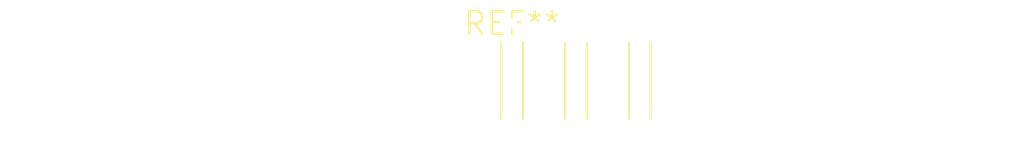
<source format=kicad_pcb>
(kicad_pcb (version 20240108) (generator pcbnew)
  (layers (0 "F.Cu" signal) (31 "B.Cu" signal) (34 "B.Paste" user) (35 "F.Paste" user) (36 "B.SilkS" user "B.Silkscreen") (37 "F.SilkS" user "F.Silkscreen") (38 "B.Mask" user) (39 "F.Mask" user) (44 "Edge.Cuts" user))
  (net 0 "")
  (footprint "SolderWire-0.1sqmm_1x03_P3.6mm_D0.4mm_OD1mm_Relief" (layer "F.Cu") (at 0 0)
    (property "Reference" "REF**")
    (property "Value" "SolderWire-0.1sqmm_1x03_P3.6mm_D0.4mm_OD1mm_Relief")
    (fp_line (start -0.61 1.06) (end -0.61 5.39) (layer "F.SilkS") (stroke (width 0.12)))
    (fp_line (start 0.61 1.06) (end 0.61 5.39) (layer "F.SilkS") (stroke (width 0.12)))
    (fp_line (start 2.99 1.06) (end 2.99 5.39) (layer "F.SilkS") (stroke (width 0.12)))
    (fp_line (start 4.21 1.06) (end 4.21 5.39) (layer "F.SilkS") (stroke (width 0.12)))
    (fp_line (start 6.59 1.06) (end 6.59 5.39) (layer "F.SilkS") (stroke (width 0.12)))
    (fp_line (start 7.81 1.06) (end 7.81 5.39) (layer "F.SilkS") (stroke (width 0.12)))
    (pad "" np_thru_hole circle (at 0 6) (size 1.5 1.5) (drill 1.5) (layers *.Cu *.Mask))
    (pad "" np_thru_hole circle (at 3.6 6) (size 1.5 1.5) (drill 1.5) (layers *.Cu *.Mask))
    (pad "" np_thru_hole circle (at 7.2 6) (size 1.5 1.5) (drill 1.5) (layers *.Cu *.Mask))
    (pad "1" thru_hole roundrect (at 0 0) (size 1.6 1.6) (drill 0.6) (layers *.Cu *.Mask) (remove_unused_layers) (roundrect_rratio 0.15625))
    (pad "2" thru_hole circle (at 3.6 0) (size 1.6 1.6) (drill 0.6) (layers *.Cu *.Mask) (remove_unused_layers))
    (pad "3" thru_hole circle (at 7.2 0) (size 1.6 1.6) (drill 0.6) (layers *.Cu *.Mask) (remove_unused_layers))
  )
)
</source>
